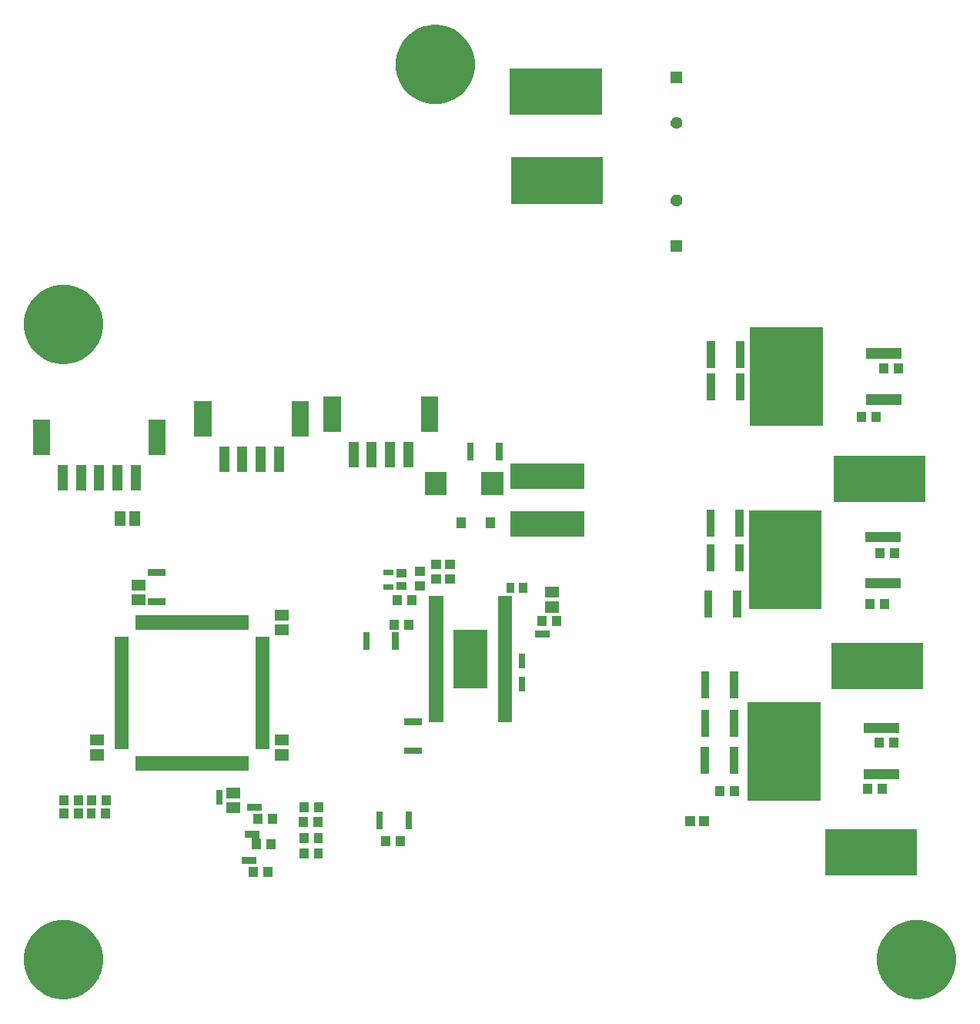
<source format=gbr>
G04 #@! TF.GenerationSoftware,KiCad,Pcbnew,5.0.2+dfsg1-1*
G04 #@! TF.CreationDate,2019-09-10T17:39:56-04:00*
G04 #@! TF.ProjectId,DSC_motor_controller,4453435f-6d6f-4746-9f72-5f636f6e7472,rev?*
G04 #@! TF.SameCoordinates,Original*
G04 #@! TF.FileFunction,Soldermask,Top*
G04 #@! TF.FilePolarity,Negative*
%FSLAX46Y46*%
G04 Gerber Fmt 4.6, Leading zero omitted, Abs format (unit mm)*
G04 Created by KiCad (PCBNEW 5.0.2+dfsg1-1) date Tue 10 Sep 2019 05:39:56 PM EDT*
%MOMM*%
%LPD*%
G01*
G04 APERTURE LIST*
%ADD10C,0.100000*%
G04 APERTURE END LIST*
D10*
G36*
X157266156Y-197094794D02*
X157987140Y-197238206D01*
X158778972Y-197566193D01*
X159491601Y-198042357D01*
X160097643Y-198648399D01*
X160573807Y-199361028D01*
X160901794Y-200152860D01*
X161069000Y-200993464D01*
X161069000Y-201850536D01*
X160901794Y-202691140D01*
X160573807Y-203482972D01*
X160097643Y-204195601D01*
X159491601Y-204801643D01*
X158778972Y-205277807D01*
X157987140Y-205605794D01*
X157266156Y-205749206D01*
X157146537Y-205773000D01*
X156289463Y-205773000D01*
X156169844Y-205749206D01*
X155448860Y-205605794D01*
X154657028Y-205277807D01*
X153944399Y-204801643D01*
X153338357Y-204195601D01*
X152862193Y-203482972D01*
X152534206Y-202691140D01*
X152367000Y-201850536D01*
X152367000Y-200993464D01*
X152534206Y-200152860D01*
X152862193Y-199361028D01*
X153338357Y-198648399D01*
X153944399Y-198042357D01*
X154657028Y-197566193D01*
X155448860Y-197238206D01*
X156169844Y-197094794D01*
X156289463Y-197071000D01*
X157146537Y-197071000D01*
X157266156Y-197094794D01*
X157266156Y-197094794D01*
G37*
G36*
X63413156Y-197094794D02*
X64134140Y-197238206D01*
X64925972Y-197566193D01*
X65638601Y-198042357D01*
X66244643Y-198648399D01*
X66720807Y-199361028D01*
X67048794Y-200152860D01*
X67216000Y-200993464D01*
X67216000Y-201850536D01*
X67048794Y-202691140D01*
X66720807Y-203482972D01*
X66244643Y-204195601D01*
X65638601Y-204801643D01*
X64925972Y-205277807D01*
X64134140Y-205605794D01*
X63413156Y-205749206D01*
X63293537Y-205773000D01*
X62436463Y-205773000D01*
X62316844Y-205749206D01*
X61595860Y-205605794D01*
X60804028Y-205277807D01*
X60091399Y-204801643D01*
X59485357Y-204195601D01*
X59009193Y-203482972D01*
X58681206Y-202691140D01*
X58514000Y-201850536D01*
X58514000Y-200993464D01*
X58681206Y-200152860D01*
X59009193Y-199361028D01*
X59485357Y-198648399D01*
X60091399Y-198042357D01*
X60804028Y-197566193D01*
X61595860Y-197238206D01*
X62316844Y-197094794D01*
X62436463Y-197071000D01*
X63293537Y-197071000D01*
X63413156Y-197094794D01*
X63413156Y-197094794D01*
G37*
G36*
X84245000Y-192321000D02*
X83243000Y-192321000D01*
X83243000Y-191219000D01*
X84245000Y-191219000D01*
X84245000Y-192321000D01*
X84245000Y-192321000D01*
G37*
G36*
X85845000Y-192321000D02*
X84843000Y-192321000D01*
X84843000Y-191219000D01*
X85845000Y-191219000D01*
X85845000Y-192321000D01*
X85845000Y-192321000D01*
G37*
G36*
X156752500Y-192162000D02*
X146650500Y-192162000D01*
X146650500Y-187060000D01*
X156752500Y-187060000D01*
X156752500Y-192162000D01*
X156752500Y-192162000D01*
G37*
G36*
X84123000Y-190861000D02*
X82501000Y-190861000D01*
X82501000Y-190139000D01*
X84123000Y-190139000D01*
X84123000Y-190861000D01*
X84123000Y-190861000D01*
G37*
G36*
X89807500Y-190289000D02*
X88805500Y-190289000D01*
X88805500Y-189187000D01*
X89807500Y-189187000D01*
X89807500Y-190289000D01*
X89807500Y-190289000D01*
G37*
G36*
X91407500Y-190289000D02*
X90405500Y-190289000D01*
X90405500Y-189187000D01*
X91407500Y-189187000D01*
X91407500Y-190289000D01*
X91407500Y-190289000D01*
G37*
G36*
X86200500Y-189273000D02*
X85198500Y-189273000D01*
X85198500Y-188171000D01*
X86200500Y-188171000D01*
X86200500Y-189273000D01*
X86200500Y-189273000D01*
G37*
G36*
X84440500Y-188046000D02*
X84442902Y-188070386D01*
X84450015Y-188093835D01*
X84461566Y-188115446D01*
X84477112Y-188134388D01*
X84496054Y-188149934D01*
X84517665Y-188161485D01*
X84541114Y-188168598D01*
X84565500Y-188171000D01*
X84600500Y-188171000D01*
X84600500Y-189273000D01*
X83598500Y-189273000D01*
X83598500Y-188141200D01*
X83596098Y-188116814D01*
X83588985Y-188093365D01*
X83577434Y-188071754D01*
X83561888Y-188052812D01*
X83542946Y-188037266D01*
X83521335Y-188025715D01*
X83497886Y-188018602D01*
X83473500Y-188016200D01*
X82818500Y-188016200D01*
X82818500Y-187294200D01*
X84440500Y-187294200D01*
X84440500Y-188046000D01*
X84440500Y-188046000D01*
G37*
G36*
X98824500Y-188955500D02*
X97822500Y-188955500D01*
X97822500Y-187853500D01*
X98824500Y-187853500D01*
X98824500Y-188955500D01*
X98824500Y-188955500D01*
G37*
G36*
X100424500Y-188955500D02*
X99422500Y-188955500D01*
X99422500Y-187853500D01*
X100424500Y-187853500D01*
X100424500Y-188955500D01*
X100424500Y-188955500D01*
G37*
G36*
X89807500Y-188638000D02*
X88805500Y-188638000D01*
X88805500Y-187536000D01*
X89807500Y-187536000D01*
X89807500Y-188638000D01*
X89807500Y-188638000D01*
G37*
G36*
X91407500Y-188638000D02*
X90405500Y-188638000D01*
X90405500Y-187536000D01*
X91407500Y-187536000D01*
X91407500Y-188638000D01*
X91407500Y-188638000D01*
G37*
G36*
X101211500Y-187079500D02*
X100489500Y-187079500D01*
X100489500Y-185157500D01*
X101211500Y-185157500D01*
X101211500Y-187079500D01*
X101211500Y-187079500D01*
G37*
G36*
X98011500Y-187079500D02*
X97289500Y-187079500D01*
X97289500Y-185157500D01*
X98011500Y-185157500D01*
X98011500Y-187079500D01*
X98011500Y-187079500D01*
G37*
G36*
X91344000Y-186860000D02*
X90342000Y-186860000D01*
X90342000Y-185758000D01*
X91344000Y-185758000D01*
X91344000Y-186860000D01*
X91344000Y-186860000D01*
G37*
G36*
X89744000Y-186860000D02*
X88742000Y-186860000D01*
X88742000Y-185758000D01*
X89744000Y-185758000D01*
X89744000Y-186860000D01*
X89744000Y-186860000D01*
G37*
G36*
X133877000Y-186733000D02*
X132775000Y-186733000D01*
X132775000Y-185631000D01*
X133877000Y-185631000D01*
X133877000Y-186733000D01*
X133877000Y-186733000D01*
G37*
G36*
X132377000Y-186733000D02*
X131275000Y-186733000D01*
X131275000Y-185631000D01*
X132377000Y-185631000D01*
X132377000Y-186733000D01*
X132377000Y-186733000D01*
G37*
G36*
X84753000Y-186479000D02*
X83751000Y-186479000D01*
X83751000Y-185377000D01*
X84753000Y-185377000D01*
X84753000Y-186479000D01*
X84753000Y-186479000D01*
G37*
G36*
X86353000Y-186479000D02*
X85351000Y-186479000D01*
X85351000Y-185377000D01*
X86353000Y-185377000D01*
X86353000Y-186479000D01*
X86353000Y-186479000D01*
G37*
G36*
X63417000Y-185910108D02*
X62415000Y-185910108D01*
X62415000Y-184808108D01*
X63417000Y-184808108D01*
X63417000Y-185910108D01*
X63417000Y-185910108D01*
G37*
G36*
X65017000Y-185910108D02*
X64015000Y-185910108D01*
X64015000Y-184808108D01*
X65017000Y-184808108D01*
X65017000Y-185910108D01*
X65017000Y-185910108D01*
G37*
G36*
X68024497Y-185885108D02*
X67022497Y-185885108D01*
X67022497Y-184833108D01*
X68024497Y-184833108D01*
X68024497Y-185885108D01*
X68024497Y-185885108D01*
G37*
G36*
X66424497Y-185885108D02*
X65422497Y-185885108D01*
X65422497Y-184833108D01*
X66424497Y-184833108D01*
X66424497Y-185885108D01*
X66424497Y-185885108D01*
G37*
G36*
X82320000Y-185307000D02*
X80748000Y-185307000D01*
X80748000Y-184105000D01*
X82320000Y-184105000D01*
X82320000Y-185307000D01*
X82320000Y-185307000D01*
G37*
G36*
X91433000Y-185209000D02*
X90431000Y-185209000D01*
X90431000Y-184107000D01*
X91433000Y-184107000D01*
X91433000Y-185209000D01*
X91433000Y-185209000D01*
G37*
G36*
X89833000Y-185209000D02*
X88831000Y-185209000D01*
X88831000Y-184107000D01*
X89833000Y-184107000D01*
X89833000Y-185209000D01*
X89833000Y-185209000D01*
G37*
G36*
X84679000Y-185019000D02*
X83057000Y-185019000D01*
X83057000Y-184297000D01*
X84679000Y-184297000D01*
X84679000Y-185019000D01*
X84679000Y-185019000D01*
G37*
G36*
X63417000Y-184447000D02*
X62415000Y-184447000D01*
X62415000Y-183345000D01*
X63417000Y-183345000D01*
X63417000Y-184447000D01*
X63417000Y-184447000D01*
G37*
G36*
X65017000Y-184447000D02*
X64015000Y-184447000D01*
X64015000Y-183345000D01*
X65017000Y-183345000D01*
X65017000Y-184447000D01*
X65017000Y-184447000D01*
G37*
G36*
X68065000Y-184422000D02*
X67063000Y-184422000D01*
X67063000Y-183370000D01*
X68065000Y-183370000D01*
X68065000Y-184422000D01*
X68065000Y-184422000D01*
G37*
G36*
X66465000Y-184422000D02*
X65463000Y-184422000D01*
X65463000Y-183370000D01*
X66465000Y-183370000D01*
X66465000Y-184422000D01*
X66465000Y-184422000D01*
G37*
G36*
X80371000Y-184405000D02*
X79649000Y-184405000D01*
X79649000Y-182783000D01*
X80371000Y-182783000D01*
X80371000Y-184405000D01*
X80371000Y-184405000D01*
G37*
G36*
X146114000Y-183924500D02*
X138112000Y-183924500D01*
X138112000Y-173072500D01*
X146114000Y-173072500D01*
X146114000Y-183924500D01*
X146114000Y-183924500D01*
G37*
G36*
X82320000Y-183687000D02*
X80748000Y-183687000D01*
X80748000Y-182485000D01*
X82320000Y-182485000D01*
X82320000Y-183687000D01*
X82320000Y-183687000D01*
G37*
G36*
X135591000Y-183431000D02*
X134589000Y-183431000D01*
X134589000Y-182329000D01*
X135591000Y-182329000D01*
X135591000Y-183431000D01*
X135591000Y-183431000D01*
G37*
G36*
X137191000Y-183431000D02*
X136189000Y-183431000D01*
X136189000Y-182329000D01*
X137191000Y-182329000D01*
X137191000Y-183431000D01*
X137191000Y-183431000D01*
G37*
G36*
X153409000Y-183177000D02*
X152407000Y-183177000D01*
X152407000Y-182075000D01*
X153409000Y-182075000D01*
X153409000Y-183177000D01*
X153409000Y-183177000D01*
G37*
G36*
X151809000Y-183177000D02*
X150807000Y-183177000D01*
X150807000Y-182075000D01*
X151809000Y-182075000D01*
X151809000Y-183177000D01*
X151809000Y-183177000D01*
G37*
G36*
X154814000Y-181614500D02*
X150912000Y-181614500D01*
X150912000Y-180462500D01*
X154814000Y-180462500D01*
X154814000Y-181614500D01*
X154814000Y-181614500D01*
G37*
G36*
X137057000Y-180975500D02*
X136145000Y-180975500D01*
X136145000Y-178053500D01*
X137057000Y-178053500D01*
X137057000Y-180975500D01*
X137057000Y-180975500D01*
G37*
G36*
X133857000Y-180975500D02*
X132945000Y-180975500D01*
X132945000Y-178053500D01*
X133857000Y-178053500D01*
X133857000Y-180975500D01*
X133857000Y-180975500D01*
G37*
G36*
X83226500Y-180611500D02*
X70824500Y-180611500D01*
X70824500Y-179034500D01*
X83226500Y-179034500D01*
X83226500Y-180611500D01*
X83226500Y-180611500D01*
G37*
G36*
X87654000Y-179513000D02*
X86082000Y-179513000D01*
X86082000Y-178311000D01*
X87654000Y-178311000D01*
X87654000Y-179513000D01*
X87654000Y-179513000D01*
G37*
G36*
X67334000Y-179513000D02*
X65762000Y-179513000D01*
X65762000Y-178311000D01*
X67334000Y-178311000D01*
X67334000Y-179513000D01*
X67334000Y-179513000D01*
G37*
G36*
X102307000Y-178821000D02*
X100385000Y-178821000D01*
X100385000Y-178099000D01*
X102307000Y-178099000D01*
X102307000Y-178821000D01*
X102307000Y-178821000D01*
G37*
G36*
X85552000Y-178286000D02*
X83975000Y-178286000D01*
X83975000Y-165884000D01*
X85552000Y-165884000D01*
X85552000Y-178286000D01*
X85552000Y-178286000D01*
G37*
G36*
X70076000Y-178286000D02*
X68499000Y-178286000D01*
X68499000Y-165884000D01*
X70076000Y-165884000D01*
X70076000Y-178286000D01*
X70076000Y-178286000D01*
G37*
G36*
X154717000Y-178097000D02*
X153715000Y-178097000D01*
X153715000Y-176995000D01*
X154717000Y-176995000D01*
X154717000Y-178097000D01*
X154717000Y-178097000D01*
G37*
G36*
X153117000Y-178097000D02*
X152115000Y-178097000D01*
X152115000Y-176995000D01*
X153117000Y-176995000D01*
X153117000Y-178097000D01*
X153117000Y-178097000D01*
G37*
G36*
X87654000Y-177893000D02*
X86082000Y-177893000D01*
X86082000Y-176691000D01*
X87654000Y-176691000D01*
X87654000Y-177893000D01*
X87654000Y-177893000D01*
G37*
G36*
X67334000Y-177893000D02*
X65762000Y-177893000D01*
X65762000Y-176691000D01*
X67334000Y-176691000D01*
X67334000Y-177893000D01*
X67334000Y-177893000D01*
G37*
G36*
X137108000Y-176911500D02*
X136196000Y-176911500D01*
X136196000Y-173989500D01*
X137108000Y-173989500D01*
X137108000Y-176911500D01*
X137108000Y-176911500D01*
G37*
G36*
X133908000Y-176911500D02*
X132996000Y-176911500D01*
X132996000Y-173989500D01*
X133908000Y-173989500D01*
X133908000Y-176911500D01*
X133908000Y-176911500D01*
G37*
G36*
X154814000Y-176534500D02*
X150912000Y-176534500D01*
X150912000Y-175382500D01*
X154814000Y-175382500D01*
X154814000Y-176534500D01*
X154814000Y-176534500D01*
G37*
G36*
X102307000Y-175621000D02*
X100385000Y-175621000D01*
X100385000Y-174899000D01*
X102307000Y-174899000D01*
X102307000Y-175621000D01*
X102307000Y-175621000D01*
G37*
G36*
X112228827Y-175353000D02*
X110651827Y-175353000D01*
X110651827Y-161451000D01*
X112228827Y-161451000D01*
X112228827Y-175353000D01*
X112228827Y-175353000D01*
G37*
G36*
X104652827Y-175353000D02*
X103075827Y-175353000D01*
X103075827Y-161451000D01*
X104652827Y-161451000D01*
X104652827Y-175353000D01*
X104652827Y-175353000D01*
G37*
G36*
X137108000Y-172657000D02*
X136196000Y-172657000D01*
X136196000Y-169735000D01*
X137108000Y-169735000D01*
X137108000Y-172657000D01*
X137108000Y-172657000D01*
G37*
G36*
X133908000Y-172657000D02*
X132996000Y-172657000D01*
X132996000Y-169735000D01*
X133908000Y-169735000D01*
X133908000Y-172657000D01*
X133908000Y-172657000D01*
G37*
G36*
X113645000Y-171959000D02*
X112923000Y-171959000D01*
X112923000Y-170337000D01*
X113645000Y-170337000D01*
X113645000Y-171959000D01*
X113645000Y-171959000D01*
G37*
G36*
X157451000Y-171715000D02*
X147349000Y-171715000D01*
X147349000Y-166613000D01*
X157451000Y-166613000D01*
X157451000Y-171715000D01*
X157451000Y-171715000D01*
G37*
G36*
X109508327Y-171628000D02*
X105796327Y-171628000D01*
X105796327Y-165176000D01*
X109508327Y-165176000D01*
X109508327Y-171628000D01*
X109508327Y-171628000D01*
G37*
G36*
X113645000Y-169419000D02*
X112923000Y-169419000D01*
X112923000Y-167797000D01*
X113645000Y-167797000D01*
X113645000Y-169419000D01*
X113645000Y-169419000D01*
G37*
G36*
X99751000Y-167331000D02*
X99029000Y-167331000D01*
X99029000Y-165409000D01*
X99751000Y-165409000D01*
X99751000Y-167331000D01*
X99751000Y-167331000D01*
G37*
G36*
X96551000Y-167331000D02*
X95829000Y-167331000D01*
X95829000Y-165409000D01*
X96551000Y-165409000D01*
X96551000Y-167331000D01*
X96551000Y-167331000D01*
G37*
G36*
X116333000Y-165969000D02*
X114711000Y-165969000D01*
X114711000Y-165247000D01*
X116333000Y-165247000D01*
X116333000Y-165969000D01*
X116333000Y-165969000D01*
G37*
G36*
X87654000Y-165749000D02*
X86082000Y-165749000D01*
X86082000Y-164547000D01*
X87654000Y-164547000D01*
X87654000Y-165749000D01*
X87654000Y-165749000D01*
G37*
G36*
X99777000Y-165143000D02*
X98775000Y-165143000D01*
X98775000Y-164041000D01*
X99777000Y-164041000D01*
X99777000Y-165143000D01*
X99777000Y-165143000D01*
G37*
G36*
X101377000Y-165143000D02*
X100375000Y-165143000D01*
X100375000Y-164041000D01*
X101377000Y-164041000D01*
X101377000Y-165143000D01*
X101377000Y-165143000D01*
G37*
G36*
X83226500Y-165135500D02*
X70824500Y-165135500D01*
X70824500Y-163558500D01*
X83226500Y-163558500D01*
X83226500Y-165135500D01*
X83226500Y-165135500D01*
G37*
G36*
X117595000Y-164762000D02*
X116593000Y-164762000D01*
X116593000Y-163660000D01*
X117595000Y-163660000D01*
X117595000Y-164762000D01*
X117595000Y-164762000D01*
G37*
G36*
X115995000Y-164762000D02*
X114993000Y-164762000D01*
X114993000Y-163660000D01*
X115995000Y-163660000D01*
X115995000Y-164762000D01*
X115995000Y-164762000D01*
G37*
G36*
X87654000Y-164129000D02*
X86082000Y-164129000D01*
X86082000Y-162927000D01*
X87654000Y-162927000D01*
X87654000Y-164129000D01*
X87654000Y-164129000D01*
G37*
G36*
X137438000Y-163767000D02*
X136526000Y-163767000D01*
X136526000Y-160845000D01*
X137438000Y-160845000D01*
X137438000Y-163767000D01*
X137438000Y-163767000D01*
G37*
G36*
X134238000Y-163767000D02*
X133326000Y-163767000D01*
X133326000Y-160845000D01*
X134238000Y-160845000D01*
X134238000Y-163767000D01*
X134238000Y-163767000D01*
G37*
G36*
X117372000Y-163257000D02*
X115800000Y-163257000D01*
X115800000Y-162055000D01*
X117372000Y-162055000D01*
X117372000Y-163257000D01*
X117372000Y-163257000D01*
G37*
G36*
X146248000Y-162906000D02*
X138246000Y-162906000D01*
X138246000Y-152054000D01*
X146248000Y-152054000D01*
X146248000Y-162906000D01*
X146248000Y-162906000D01*
G37*
G36*
X152101000Y-162857000D02*
X151099000Y-162857000D01*
X151099000Y-161755000D01*
X152101000Y-161755000D01*
X152101000Y-162857000D01*
X152101000Y-162857000D01*
G37*
G36*
X153701000Y-162857000D02*
X152699000Y-162857000D01*
X152699000Y-161755000D01*
X153701000Y-161755000D01*
X153701000Y-162857000D01*
X153701000Y-162857000D01*
G37*
G36*
X71906000Y-162447000D02*
X70334000Y-162447000D01*
X70334000Y-161245000D01*
X71906000Y-161245000D01*
X71906000Y-162447000D01*
X71906000Y-162447000D01*
G37*
G36*
X74113000Y-162413000D02*
X72191000Y-162413000D01*
X72191000Y-161691000D01*
X74113000Y-161691000D01*
X74113000Y-162413000D01*
X74113000Y-162413000D01*
G37*
G36*
X100120000Y-162412500D02*
X99118000Y-162412500D01*
X99118000Y-161310500D01*
X100120000Y-161310500D01*
X100120000Y-162412500D01*
X100120000Y-162412500D01*
G37*
G36*
X101720000Y-162412500D02*
X100718000Y-162412500D01*
X100718000Y-161310500D01*
X101720000Y-161310500D01*
X101720000Y-162412500D01*
X101720000Y-162412500D01*
G37*
G36*
X117372000Y-161637000D02*
X115800000Y-161637000D01*
X115800000Y-160435000D01*
X117372000Y-160435000D01*
X117372000Y-161637000D01*
X117372000Y-161637000D01*
G37*
G36*
X113855000Y-161069000D02*
X112973000Y-161069000D01*
X112973000Y-159987000D01*
X113855000Y-159987000D01*
X113855000Y-161069000D01*
X113855000Y-161069000D01*
G37*
G36*
X112455000Y-161069000D02*
X111573000Y-161069000D01*
X111573000Y-159987000D01*
X112455000Y-159987000D01*
X112455000Y-161069000D01*
X112455000Y-161069000D01*
G37*
G36*
X71906000Y-160827000D02*
X70334000Y-160827000D01*
X70334000Y-159625000D01*
X71906000Y-159625000D01*
X71906000Y-160827000D01*
X71906000Y-160827000D01*
G37*
G36*
X102595500Y-160813000D02*
X101493500Y-160813000D01*
X101493500Y-159811000D01*
X102595500Y-159811000D01*
X102595500Y-160813000D01*
X102595500Y-160813000D01*
G37*
G36*
X100617000Y-160780000D02*
X99535000Y-160780000D01*
X99535000Y-159898000D01*
X100617000Y-159898000D01*
X100617000Y-160780000D01*
X100617000Y-160780000D01*
G37*
G36*
X99136500Y-160760000D02*
X98094500Y-160760000D01*
X98094500Y-160118000D01*
X99136500Y-160118000D01*
X99136500Y-160760000D01*
X99136500Y-160760000D01*
G37*
G36*
X154948000Y-160596000D02*
X151046000Y-160596000D01*
X151046000Y-159444000D01*
X154948000Y-159444000D01*
X154948000Y-160596000D01*
X154948000Y-160596000D01*
G37*
G36*
X105961000Y-160089000D02*
X104859000Y-160089000D01*
X104859000Y-159087000D01*
X105961000Y-159087000D01*
X105961000Y-160089000D01*
X105961000Y-160089000D01*
G37*
G36*
X104437000Y-160089000D02*
X103335000Y-160089000D01*
X103335000Y-159087000D01*
X104437000Y-159087000D01*
X104437000Y-160089000D01*
X104437000Y-160089000D01*
G37*
G36*
X100617000Y-159380000D02*
X99535000Y-159380000D01*
X99535000Y-158498000D01*
X100617000Y-158498000D01*
X100617000Y-159380000D01*
X100617000Y-159380000D01*
G37*
G36*
X74113000Y-159213000D02*
X72191000Y-159213000D01*
X72191000Y-158491000D01*
X74113000Y-158491000D01*
X74113000Y-159213000D01*
X74113000Y-159213000D01*
G37*
G36*
X102595500Y-159213000D02*
X101493500Y-159213000D01*
X101493500Y-158211000D01*
X102595500Y-158211000D01*
X102595500Y-159213000D01*
X102595500Y-159213000D01*
G37*
G36*
X99136500Y-159160000D02*
X98094500Y-159160000D01*
X98094500Y-158518000D01*
X99136500Y-158518000D01*
X99136500Y-159160000D01*
X99136500Y-159160000D01*
G37*
G36*
X137692000Y-158687000D02*
X136780000Y-158687000D01*
X136780000Y-155765000D01*
X137692000Y-155765000D01*
X137692000Y-158687000D01*
X137692000Y-158687000D01*
G37*
G36*
X134492000Y-158687000D02*
X133580000Y-158687000D01*
X133580000Y-155765000D01*
X134492000Y-155765000D01*
X134492000Y-158687000D01*
X134492000Y-158687000D01*
G37*
G36*
X104437000Y-158489000D02*
X103335000Y-158489000D01*
X103335000Y-157487000D01*
X104437000Y-157487000D01*
X104437000Y-158489000D01*
X104437000Y-158489000D01*
G37*
G36*
X105961000Y-158489000D02*
X104859000Y-158489000D01*
X104859000Y-157487000D01*
X105961000Y-157487000D01*
X105961000Y-158489000D01*
X105961000Y-158489000D01*
G37*
G36*
X153155000Y-157269000D02*
X152153000Y-157269000D01*
X152153000Y-156167000D01*
X153155000Y-156167000D01*
X153155000Y-157269000D01*
X153155000Y-157269000D01*
G37*
G36*
X154755000Y-157269000D02*
X153753000Y-157269000D01*
X153753000Y-156167000D01*
X154755000Y-156167000D01*
X154755000Y-157269000D01*
X154755000Y-157269000D01*
G37*
G36*
X154948000Y-155516000D02*
X151046000Y-155516000D01*
X151046000Y-154364000D01*
X154948000Y-154364000D01*
X154948000Y-155516000D01*
X154948000Y-155516000D01*
G37*
G36*
X120129000Y-154927000D02*
X112027000Y-154927000D01*
X112027000Y-152125000D01*
X120129000Y-152125000D01*
X120129000Y-154927000D01*
X120129000Y-154927000D01*
G37*
G36*
X137692000Y-154877000D02*
X136780000Y-154877000D01*
X136780000Y-151955000D01*
X137692000Y-151955000D01*
X137692000Y-154877000D01*
X137692000Y-154877000D01*
G37*
G36*
X134492000Y-154877000D02*
X133580000Y-154877000D01*
X133580000Y-151955000D01*
X134492000Y-151955000D01*
X134492000Y-154877000D01*
X134492000Y-154877000D01*
G37*
G36*
X110315000Y-154007000D02*
X109293000Y-154007000D01*
X109293000Y-152825000D01*
X110315000Y-152825000D01*
X110315000Y-154007000D01*
X110315000Y-154007000D01*
G37*
G36*
X107115000Y-154007000D02*
X106093000Y-154007000D01*
X106093000Y-152825000D01*
X107115000Y-152825000D01*
X107115000Y-154007000D01*
X107115000Y-154007000D01*
G37*
G36*
X71309000Y-153694000D02*
X70107000Y-153694000D01*
X70107000Y-152122000D01*
X71309000Y-152122000D01*
X71309000Y-153694000D01*
X71309000Y-153694000D01*
G37*
G36*
X69689000Y-153694000D02*
X68487000Y-153694000D01*
X68487000Y-152122000D01*
X69689000Y-152122000D01*
X69689000Y-153694000D01*
X69689000Y-153694000D01*
G37*
G36*
X157705000Y-151141000D02*
X147603000Y-151141000D01*
X147603000Y-146039000D01*
X157705000Y-146039000D01*
X157705000Y-151141000D01*
X157705000Y-151141000D01*
G37*
G36*
X111235000Y-150374000D02*
X108833000Y-150374000D01*
X108833000Y-147822000D01*
X111235000Y-147822000D01*
X111235000Y-150374000D01*
X111235000Y-150374000D01*
G37*
G36*
X105035000Y-150374000D02*
X102633000Y-150374000D01*
X102633000Y-147822000D01*
X105035000Y-147822000D01*
X105035000Y-150374000D01*
X105035000Y-150374000D01*
G37*
G36*
X71353000Y-149831000D02*
X70251000Y-149831000D01*
X70251000Y-147029000D01*
X71353000Y-147029000D01*
X71353000Y-149831000D01*
X71353000Y-149831000D01*
G37*
G36*
X63353000Y-149831000D02*
X62251000Y-149831000D01*
X62251000Y-147029000D01*
X63353000Y-147029000D01*
X63353000Y-149831000D01*
X63353000Y-149831000D01*
G37*
G36*
X69353000Y-149831000D02*
X68251000Y-149831000D01*
X68251000Y-147029000D01*
X69353000Y-147029000D01*
X69353000Y-149831000D01*
X69353000Y-149831000D01*
G37*
G36*
X65353000Y-149831000D02*
X64251000Y-149831000D01*
X64251000Y-147029000D01*
X65353000Y-147029000D01*
X65353000Y-149831000D01*
X65353000Y-149831000D01*
G37*
G36*
X67353000Y-149831000D02*
X66251000Y-149831000D01*
X66251000Y-147029000D01*
X67353000Y-147029000D01*
X67353000Y-149831000D01*
X67353000Y-149831000D01*
G37*
G36*
X120129000Y-149627000D02*
X112027000Y-149627000D01*
X112027000Y-146825000D01*
X120129000Y-146825000D01*
X120129000Y-149627000D01*
X120129000Y-149627000D01*
G37*
G36*
X81117000Y-147805000D02*
X80015000Y-147805000D01*
X80015000Y-145003000D01*
X81117000Y-145003000D01*
X81117000Y-147805000D01*
X81117000Y-147805000D01*
G37*
G36*
X83117000Y-147805000D02*
X82015000Y-147805000D01*
X82015000Y-145003000D01*
X83117000Y-145003000D01*
X83117000Y-147805000D01*
X83117000Y-147805000D01*
G37*
G36*
X85117000Y-147805000D02*
X84015000Y-147805000D01*
X84015000Y-145003000D01*
X85117000Y-145003000D01*
X85117000Y-147805000D01*
X85117000Y-147805000D01*
G37*
G36*
X87117000Y-147805000D02*
X86015000Y-147805000D01*
X86015000Y-145003000D01*
X87117000Y-145003000D01*
X87117000Y-147805000D01*
X87117000Y-147805000D01*
G37*
G36*
X95341000Y-147297000D02*
X94239000Y-147297000D01*
X94239000Y-144495000D01*
X95341000Y-144495000D01*
X95341000Y-147297000D01*
X95341000Y-147297000D01*
G37*
G36*
X97341000Y-147297000D02*
X96239000Y-147297000D01*
X96239000Y-144495000D01*
X97341000Y-144495000D01*
X97341000Y-147297000D01*
X97341000Y-147297000D01*
G37*
G36*
X99341000Y-147297000D02*
X98239000Y-147297000D01*
X98239000Y-144495000D01*
X99341000Y-144495000D01*
X99341000Y-147297000D01*
X99341000Y-147297000D01*
G37*
G36*
X101341000Y-147297000D02*
X100239000Y-147297000D01*
X100239000Y-144495000D01*
X101341000Y-144495000D01*
X101341000Y-147297000D01*
X101341000Y-147297000D01*
G37*
G36*
X107981000Y-146503000D02*
X107259000Y-146503000D01*
X107259000Y-144581000D01*
X107981000Y-144581000D01*
X107981000Y-146503000D01*
X107981000Y-146503000D01*
G37*
G36*
X111181000Y-146503000D02*
X110459000Y-146503000D01*
X110459000Y-144581000D01*
X111181000Y-144581000D01*
X111181000Y-146503000D01*
X111181000Y-146503000D01*
G37*
G36*
X74103000Y-145931000D02*
X72201000Y-145931000D01*
X72201000Y-142029000D01*
X74103000Y-142029000D01*
X74103000Y-145931000D01*
X74103000Y-145931000D01*
G37*
G36*
X61403000Y-145931000D02*
X59501000Y-145931000D01*
X59501000Y-142029000D01*
X61403000Y-142029000D01*
X61403000Y-145931000D01*
X61403000Y-145931000D01*
G37*
G36*
X89867000Y-143905000D02*
X87965000Y-143905000D01*
X87965000Y-140003000D01*
X89867000Y-140003000D01*
X89867000Y-143905000D01*
X89867000Y-143905000D01*
G37*
G36*
X79167000Y-143905000D02*
X77265000Y-143905000D01*
X77265000Y-140003000D01*
X79167000Y-140003000D01*
X79167000Y-143905000D01*
X79167000Y-143905000D01*
G37*
G36*
X104091000Y-143397000D02*
X102189000Y-143397000D01*
X102189000Y-139495000D01*
X104091000Y-139495000D01*
X104091000Y-143397000D01*
X104091000Y-143397000D01*
G37*
G36*
X93391000Y-143397000D02*
X91489000Y-143397000D01*
X91489000Y-139495000D01*
X93391000Y-139495000D01*
X93391000Y-143397000D01*
X93391000Y-143397000D01*
G37*
G36*
X146375000Y-142713000D02*
X138373000Y-142713000D01*
X138373000Y-131861000D01*
X146375000Y-131861000D01*
X146375000Y-142713000D01*
X146375000Y-142713000D01*
G37*
G36*
X151123000Y-142283000D02*
X150121000Y-142283000D01*
X150121000Y-141181000D01*
X151123000Y-141181000D01*
X151123000Y-142283000D01*
X151123000Y-142283000D01*
G37*
G36*
X152723000Y-142283000D02*
X151721000Y-142283000D01*
X151721000Y-141181000D01*
X152723000Y-141181000D01*
X152723000Y-142283000D01*
X152723000Y-142283000D01*
G37*
G36*
X155075000Y-140403000D02*
X151173000Y-140403000D01*
X151173000Y-139251000D01*
X155075000Y-139251000D01*
X155075000Y-140403000D01*
X155075000Y-140403000D01*
G37*
G36*
X134568000Y-139891000D02*
X133656000Y-139891000D01*
X133656000Y-136969000D01*
X134568000Y-136969000D01*
X134568000Y-139891000D01*
X134568000Y-139891000D01*
G37*
G36*
X137768000Y-139891000D02*
X136856000Y-139891000D01*
X136856000Y-136969000D01*
X137768000Y-136969000D01*
X137768000Y-139891000D01*
X137768000Y-139891000D01*
G37*
G36*
X155187000Y-136949000D02*
X154185000Y-136949000D01*
X154185000Y-135847000D01*
X155187000Y-135847000D01*
X155187000Y-136949000D01*
X155187000Y-136949000D01*
G37*
G36*
X153587000Y-136949000D02*
X152585000Y-136949000D01*
X152585000Y-135847000D01*
X153587000Y-135847000D01*
X153587000Y-136949000D01*
X153587000Y-136949000D01*
G37*
G36*
X137768000Y-136335000D02*
X136856000Y-136335000D01*
X136856000Y-133413000D01*
X137768000Y-133413000D01*
X137768000Y-136335000D01*
X137768000Y-136335000D01*
G37*
G36*
X134568000Y-136335000D02*
X133656000Y-136335000D01*
X133656000Y-133413000D01*
X134568000Y-133413000D01*
X134568000Y-136335000D01*
X134568000Y-136335000D01*
G37*
G36*
X63413156Y-127244794D02*
X64134140Y-127388206D01*
X64925972Y-127716193D01*
X65638601Y-128192357D01*
X66244643Y-128798399D01*
X66720807Y-129511028D01*
X67048794Y-130302860D01*
X67216000Y-131143464D01*
X67216000Y-132000536D01*
X67048794Y-132841140D01*
X66720807Y-133632972D01*
X66244643Y-134345601D01*
X65638601Y-134951643D01*
X64925972Y-135427807D01*
X64134140Y-135755794D01*
X63413156Y-135899206D01*
X63293537Y-135923000D01*
X62436463Y-135923000D01*
X62316844Y-135899206D01*
X61595860Y-135755794D01*
X60804028Y-135427807D01*
X60091399Y-134951643D01*
X59485357Y-134345601D01*
X59009193Y-133632972D01*
X58681206Y-132841140D01*
X58514000Y-132000536D01*
X58514000Y-131143464D01*
X58681206Y-130302860D01*
X59009193Y-129511028D01*
X59485357Y-128798399D01*
X60091399Y-128192357D01*
X60804028Y-127716193D01*
X61595860Y-127388206D01*
X62316844Y-127244794D01*
X62436463Y-127221000D01*
X63293537Y-127221000D01*
X63413156Y-127244794D01*
X63413156Y-127244794D01*
G37*
G36*
X155075000Y-135323000D02*
X151173000Y-135323000D01*
X151173000Y-134171000D01*
X155075000Y-134171000D01*
X155075000Y-135323000D01*
X155075000Y-135323000D01*
G37*
G36*
X130953000Y-123587000D02*
X129651000Y-123587000D01*
X129651000Y-122285000D01*
X130953000Y-122285000D01*
X130953000Y-123587000D01*
X130953000Y-123587000D01*
G37*
G36*
X130491890Y-117310017D02*
X130610361Y-117359089D01*
X130716992Y-117430338D01*
X130807662Y-117521008D01*
X130878911Y-117627639D01*
X130927983Y-117746110D01*
X130953000Y-117871881D01*
X130953000Y-118000119D01*
X130927983Y-118125890D01*
X130878911Y-118244361D01*
X130807662Y-118350992D01*
X130716992Y-118441662D01*
X130610361Y-118512911D01*
X130491890Y-118561983D01*
X130366119Y-118587000D01*
X130237881Y-118587000D01*
X130112110Y-118561983D01*
X129993639Y-118512911D01*
X129887008Y-118441662D01*
X129796338Y-118350992D01*
X129725089Y-118244361D01*
X129676017Y-118125890D01*
X129651000Y-118000119D01*
X129651000Y-117871881D01*
X129676017Y-117746110D01*
X129725089Y-117627639D01*
X129796338Y-117521008D01*
X129887008Y-117430338D01*
X129993639Y-117359089D01*
X130112110Y-117310017D01*
X130237881Y-117285000D01*
X130366119Y-117285000D01*
X130491890Y-117310017D01*
X130491890Y-117310017D01*
G37*
G36*
X122208500Y-118311500D02*
X112106500Y-118311500D01*
X112106500Y-113209500D01*
X122208500Y-113209500D01*
X122208500Y-118311500D01*
X122208500Y-118311500D01*
G37*
G36*
X130491890Y-108768017D02*
X130610361Y-108817089D01*
X130716992Y-108888338D01*
X130807662Y-108979008D01*
X130878911Y-109085639D01*
X130927983Y-109204110D01*
X130953000Y-109329881D01*
X130953000Y-109458119D01*
X130927983Y-109583890D01*
X130878911Y-109702361D01*
X130807662Y-109808992D01*
X130716992Y-109899662D01*
X130610361Y-109970911D01*
X130491890Y-110019983D01*
X130366119Y-110045000D01*
X130237881Y-110045000D01*
X130112110Y-110019983D01*
X129993639Y-109970911D01*
X129887008Y-109899662D01*
X129796338Y-109808992D01*
X129725089Y-109702361D01*
X129676017Y-109583890D01*
X129651000Y-109458119D01*
X129651000Y-109329881D01*
X129676017Y-109204110D01*
X129725089Y-109085639D01*
X129796338Y-108979008D01*
X129887008Y-108888338D01*
X129993639Y-108817089D01*
X130112110Y-108768017D01*
X130237881Y-108743000D01*
X130366119Y-108743000D01*
X130491890Y-108768017D01*
X130491890Y-108768017D01*
G37*
G36*
X122081500Y-108532500D02*
X111979500Y-108532500D01*
X111979500Y-103430500D01*
X122081500Y-103430500D01*
X122081500Y-108532500D01*
X122081500Y-108532500D01*
G37*
G36*
X104307156Y-98669794D02*
X105028140Y-98813206D01*
X105819972Y-99141193D01*
X106532601Y-99617357D01*
X107138643Y-100223399D01*
X107614807Y-100936028D01*
X107942794Y-101727860D01*
X108110000Y-102568464D01*
X108110000Y-103425536D01*
X107942794Y-104266140D01*
X107614807Y-105057972D01*
X107138643Y-105770601D01*
X106532601Y-106376643D01*
X105819972Y-106852807D01*
X105028140Y-107180794D01*
X104307156Y-107324206D01*
X104187537Y-107348000D01*
X103330463Y-107348000D01*
X103210844Y-107324206D01*
X102489860Y-107180794D01*
X101698028Y-106852807D01*
X100985399Y-106376643D01*
X100379357Y-105770601D01*
X99903193Y-105057972D01*
X99575206Y-104266140D01*
X99408000Y-103425536D01*
X99408000Y-102568464D01*
X99575206Y-101727860D01*
X99903193Y-100936028D01*
X100379357Y-100223399D01*
X100985399Y-99617357D01*
X101698028Y-99141193D01*
X102489860Y-98813206D01*
X103210844Y-98669794D01*
X103330463Y-98646000D01*
X104187537Y-98646000D01*
X104307156Y-98669794D01*
X104307156Y-98669794D01*
G37*
G36*
X130953000Y-105045000D02*
X129651000Y-105045000D01*
X129651000Y-103743000D01*
X130953000Y-103743000D01*
X130953000Y-105045000D01*
X130953000Y-105045000D01*
G37*
M02*

</source>
